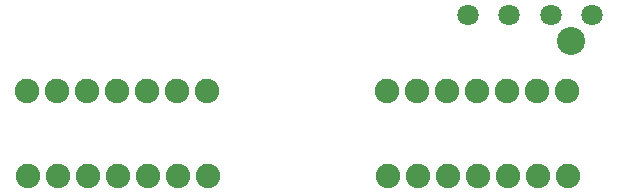
<source format=gbr>
G04 #@! TF.FileFunction,Soldermask,Top*
%FSLAX46Y46*%
G04 Gerber Fmt 4.6, Leading zero omitted, Abs format (unit mm)*
G04 Created by KiCad (PCBNEW 4.0.7-e2-6376~58~ubuntu16.04.1) date Fri Jan 19 21:24:20 2018*
%MOMM*%
%LPD*%
G01*
G04 APERTURE LIST*
%ADD10C,0.100000*%
%ADD11C,1.797000*%
%ADD12C,2.381000*%
%ADD13C,2.076400*%
G04 APERTURE END LIST*
D10*
D11*
X195425000Y-104267000D03*
X198925000Y-104267000D03*
D12*
X197175000Y-106497000D03*
D11*
X191925000Y-104267000D03*
X188425000Y-104267000D03*
D13*
X196799200Y-110700820D03*
X194259200Y-110700820D03*
X191719200Y-110700820D03*
X189181740Y-110700820D03*
X186641740Y-110700820D03*
X184101740Y-110700820D03*
X181561740Y-110700820D03*
X181660800Y-117899180D03*
X184200800Y-117899180D03*
X186740800Y-117899180D03*
X189278260Y-117899180D03*
X191818260Y-117899180D03*
X194358260Y-117899180D03*
X196898260Y-117899180D03*
X166319200Y-110700820D03*
X163779200Y-110700820D03*
X161239200Y-110700820D03*
X158701740Y-110700820D03*
X156161740Y-110700820D03*
X153621740Y-110700820D03*
X151081740Y-110700820D03*
X151180800Y-117899180D03*
X153720800Y-117899180D03*
X156260800Y-117899180D03*
X158798260Y-117899180D03*
X161338260Y-117899180D03*
X163878260Y-117899180D03*
X166418260Y-117899180D03*
M02*

</source>
